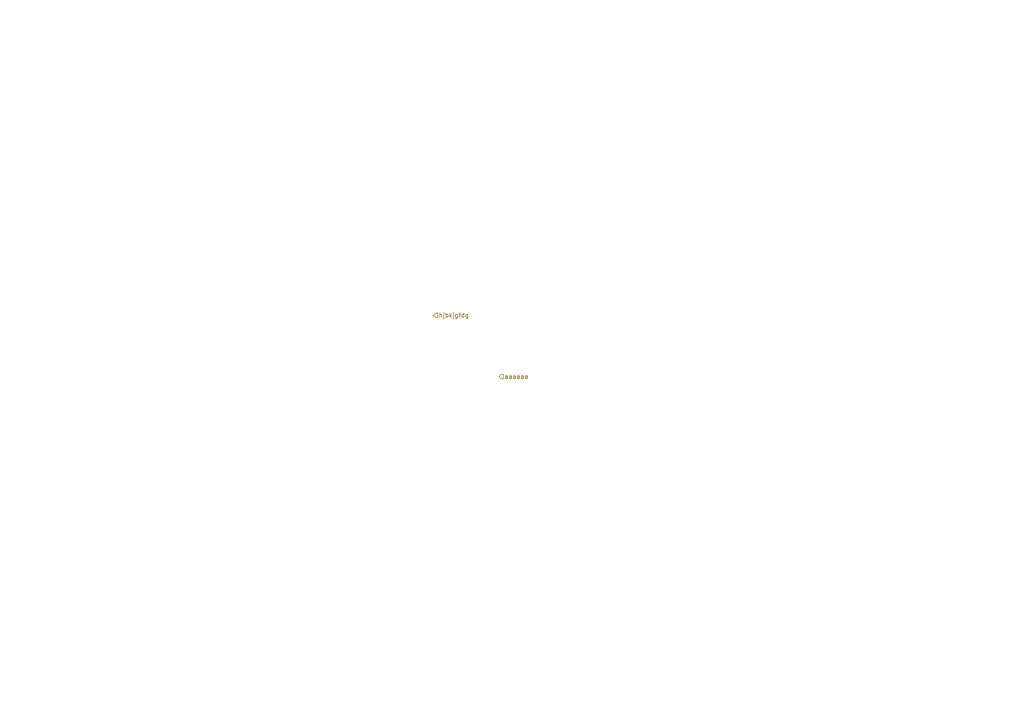
<source format=kicad_sch>
(kicad_sch (version 20230121) (generator eeschema)

  (uuid aad3b95e-6292-4038-a9c7-dc96052d340e)

  (paper "A4")

  (lib_symbols
  )


  (hierarchical_label "aaaaaa" (shape input) (at 144.78 109.22 0) (fields_autoplaced)
    (effects (font (size 1.27 1.27)) (justify left))
    (uuid b7342e87-ffc7-458a-b28b-8f0e9f2840c5)
  )
  (hierarchical_label "hjbkjgfdg" (shape input) (at 125.73 91.44 0) (fields_autoplaced)
    (effects (font (size 1.27 1.27)) (justify left))
    (uuid d7880f14-1032-487e-ac29-cf58ae80fd46)
  )
)

</source>
